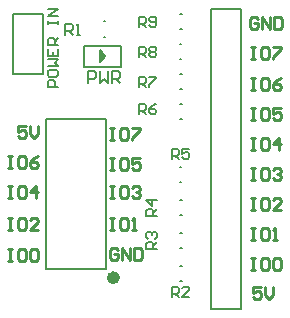
<source format=gto>
G04*
G04 #@! TF.GenerationSoftware,Altium Limited,Altium Designer,19.0.15 (446)*
G04*
G04 Layer_Color=65535*
%FSLAX25Y25*%
%MOIN*%
G70*
G01*
G75*
%ADD10C,0.02200*%
%ADD11C,0.00787*%
%ADD12C,0.00500*%
%ADD13C,0.01000*%
%ADD14C,0.00800*%
%ADD15C,0.00700*%
D10*
X38500Y12500D02*
G03*
X38500Y12500I-1000J0D01*
G01*
D11*
X4000Y100500D02*
X14000D01*
Y80500D02*
Y100500D01*
X4000Y80500D02*
X14000D01*
X4000D02*
Y100500D01*
X59803Y100559D02*
X60197D01*
X59803Y95441D02*
X60197D01*
X59669Y90559D02*
X60063D01*
X59669Y85441D02*
X60063D01*
X59803Y80559D02*
X60197D01*
X59803Y75441D02*
X60197D01*
X59803Y70559D02*
X60197D01*
X59803Y65441D02*
X60197D01*
X59669Y49559D02*
X60063D01*
X59669Y44441D02*
X60063D01*
X59803Y38559D02*
X60197D01*
X59803Y33441D02*
X60197D01*
X59803Y27559D02*
X60197D01*
X59803Y22441D02*
X60197D01*
X59803Y16559D02*
X60197D01*
X59803Y11441D02*
X60197D01*
X34303Y92841D02*
X34697D01*
X34303Y97959D02*
X34697D01*
X70000Y9500D02*
Y102000D01*
Y2000D02*
Y9500D01*
Y2000D02*
X80000D01*
Y102000D01*
X70000D02*
X80000D01*
X35000Y15500D02*
Y65500D01*
X15000Y15500D02*
Y65500D01*
Y15500D02*
X35000D01*
X15000Y65500D02*
X35000D01*
D12*
X33116Y85400D02*
X33866D01*
X33116Y86400D02*
X33866Y85400D01*
X33116Y86400D02*
X34166Y85900D01*
X33116Y87400D02*
X34166Y85900D01*
X33116Y87400D02*
X34366Y86150D01*
X33116Y88400D02*
X34366Y86150D01*
X33116Y88400D02*
X34666Y86400D01*
X33866Y85400D02*
X34666Y86400D01*
X33116Y84400D02*
X33866Y85400D01*
X33116Y84400D02*
Y85400D01*
Y86400D01*
Y87400D01*
Y88400D01*
X27616Y89900D02*
X40166D01*
X27616Y82900D02*
Y89900D01*
Y82900D02*
X40166D01*
Y89900D01*
D13*
X36500Y32499D02*
X37833D01*
X37166D01*
Y28500D01*
X36500D01*
X37833D01*
X41832Y32499D02*
X40499D01*
X39832Y31832D01*
Y29166D01*
X40499Y28500D01*
X41832D01*
X42498Y29166D01*
Y31832D01*
X41832Y32499D01*
X43831Y28500D02*
X45164D01*
X44497D01*
Y32499D01*
X43831Y31832D01*
X2500Y52999D02*
X3833D01*
X3167D01*
Y49000D01*
X2500D01*
X3833D01*
X7832Y52999D02*
X6499D01*
X5832Y52332D01*
Y49666D01*
X6499Y49000D01*
X7832D01*
X8498Y49666D01*
Y52332D01*
X7832Y52999D01*
X12497D02*
X11164Y52332D01*
X9831Y50999D01*
Y49666D01*
X10497Y49000D01*
X11830D01*
X12497Y49666D01*
Y50333D01*
X11830Y50999D01*
X9831D01*
X36500Y62499D02*
X37833D01*
X37166D01*
Y58500D01*
X36500D01*
X37833D01*
X41832Y62499D02*
X40499D01*
X39832Y61832D01*
Y59166D01*
X40499Y58500D01*
X41832D01*
X42498Y59166D01*
Y61832D01*
X41832Y62499D01*
X43831D02*
X46497D01*
Y61832D01*
X43831Y59166D01*
Y58500D01*
X83500Y28999D02*
X84833D01*
X84166D01*
Y25000D01*
X83500D01*
X84833D01*
X88832Y28999D02*
X87499D01*
X86832Y28332D01*
Y25666D01*
X87499Y25000D01*
X88832D01*
X89498Y25666D01*
Y28332D01*
X88832Y28999D01*
X90831Y25000D02*
X92164D01*
X91497D01*
Y28999D01*
X90831Y28332D01*
X2500Y32499D02*
X3833D01*
X3167D01*
Y28500D01*
X2500D01*
X3833D01*
X7832Y32499D02*
X6499D01*
X5832Y31832D01*
Y29166D01*
X6499Y28500D01*
X7832D01*
X8498Y29166D01*
Y31832D01*
X7832Y32499D01*
X12497Y28500D02*
X9831D01*
X12497Y31166D01*
Y31832D01*
X11830Y32499D01*
X10497D01*
X9831Y31832D01*
X36500Y52499D02*
X37833D01*
X37166D01*
Y48500D01*
X36500D01*
X37833D01*
X41832Y52499D02*
X40499D01*
X39832Y51832D01*
Y49166D01*
X40499Y48500D01*
X41832D01*
X42498Y49166D01*
Y51832D01*
X41832Y52499D01*
X46497D02*
X43831D01*
Y50499D01*
X45164Y51166D01*
X45830D01*
X46497Y50499D01*
Y49166D01*
X45830Y48500D01*
X44497D01*
X43831Y49166D01*
X83500Y58999D02*
X84833D01*
X84166D01*
Y55000D01*
X83500D01*
X84833D01*
X88832Y58999D02*
X87499D01*
X86832Y58332D01*
Y55666D01*
X87499Y55000D01*
X88832D01*
X89498Y55666D01*
Y58332D01*
X88832Y58999D01*
X92830Y55000D02*
Y58999D01*
X90831Y56999D01*
X93497D01*
X2500Y21999D02*
X3833D01*
X3167D01*
Y18000D01*
X2500D01*
X3833D01*
X7832Y21999D02*
X6499D01*
X5832Y21332D01*
Y18666D01*
X6499Y18000D01*
X7832D01*
X8498Y18666D01*
Y21332D01*
X7832Y21999D01*
X9831Y21332D02*
X10497Y21999D01*
X11830D01*
X12497Y21332D01*
Y18666D01*
X11830Y18000D01*
X10497D01*
X9831Y18666D01*
Y21332D01*
X83500Y89499D02*
X84833D01*
X84166D01*
Y85500D01*
X83500D01*
X84833D01*
X88832Y89499D02*
X87499D01*
X86832Y88832D01*
Y86166D01*
X87499Y85500D01*
X88832D01*
X89498Y86166D01*
Y88832D01*
X88832Y89499D01*
X90831D02*
X93497D01*
Y88832D01*
X90831Y86166D01*
Y85500D01*
X83500Y18999D02*
X84833D01*
X84166D01*
Y15000D01*
X83500D01*
X84833D01*
X88832Y18999D02*
X87499D01*
X86832Y18332D01*
Y15666D01*
X87499Y15000D01*
X88832D01*
X89498Y15666D01*
Y18332D01*
X88832Y18999D01*
X90831Y18332D02*
X91497Y18999D01*
X92830D01*
X93497Y18332D01*
Y15666D01*
X92830Y15000D01*
X91497D01*
X90831Y15666D01*
Y18332D01*
X39166Y21832D02*
X38499Y22499D01*
X37166D01*
X36500Y21832D01*
Y19166D01*
X37166Y18500D01*
X38499D01*
X39166Y19166D01*
Y20499D01*
X37833D01*
X40499Y18500D02*
Y22499D01*
X43165Y18500D01*
Y22499D01*
X44497D02*
Y18500D01*
X46497D01*
X47163Y19166D01*
Y21832D01*
X46497Y22499D01*
X44497D01*
X83500Y38999D02*
X84833D01*
X84166D01*
Y35000D01*
X83500D01*
X84833D01*
X88832Y38999D02*
X87499D01*
X86832Y38332D01*
Y35666D01*
X87499Y35000D01*
X88832D01*
X89498Y35666D01*
Y38332D01*
X88832Y38999D01*
X93497Y35000D02*
X90831D01*
X93497Y37666D01*
Y38332D01*
X92830Y38999D01*
X91497D01*
X90831Y38332D01*
X8498Y62999D02*
X5832D01*
Y60999D01*
X7165Y61666D01*
X7832D01*
X8498Y60999D01*
Y59666D01*
X7832Y59000D01*
X6499D01*
X5832Y59666D01*
X9831Y62999D02*
Y60333D01*
X11164Y59000D01*
X12497Y60333D01*
Y62999D01*
X83500Y78999D02*
X84833D01*
X84166D01*
Y75000D01*
X83500D01*
X84833D01*
X88832Y78999D02*
X87499D01*
X86832Y78332D01*
Y75666D01*
X87499Y75000D01*
X88832D01*
X89498Y75666D01*
Y78332D01*
X88832Y78999D01*
X93497D02*
X92164Y78332D01*
X90831Y76999D01*
Y75666D01*
X91497Y75000D01*
X92830D01*
X93497Y75666D01*
Y76333D01*
X92830Y76999D01*
X90831D01*
X36500Y42999D02*
X37833D01*
X37166D01*
Y39000D01*
X36500D01*
X37833D01*
X41832Y42999D02*
X40499D01*
X39832Y42332D01*
Y39666D01*
X40499Y39000D01*
X41832D01*
X42498Y39666D01*
Y42332D01*
X41832Y42999D01*
X43831Y42332D02*
X44497Y42999D01*
X45830D01*
X46497Y42332D01*
Y41666D01*
X45830Y40999D01*
X45164D01*
X45830D01*
X46497Y40333D01*
Y39666D01*
X45830Y39000D01*
X44497D01*
X43831Y39666D01*
X83500Y68999D02*
X84833D01*
X84166D01*
Y65000D01*
X83500D01*
X84833D01*
X88832Y68999D02*
X87499D01*
X86832Y68332D01*
Y65666D01*
X87499Y65000D01*
X88832D01*
X89498Y65666D01*
Y68332D01*
X88832Y68999D01*
X93497D02*
X90831D01*
Y66999D01*
X92164Y67666D01*
X92830D01*
X93497Y66999D01*
Y65666D01*
X92830Y65000D01*
X91497D01*
X90831Y65666D01*
X86666Y9339D02*
X84000D01*
Y7339D01*
X85333Y8006D01*
X85999D01*
X86666Y7339D01*
Y6006D01*
X85999Y5340D01*
X84666D01*
X84000Y6006D01*
X87999Y9339D02*
Y6673D01*
X89332Y5340D01*
X90664Y6673D01*
Y9339D01*
X83500Y48999D02*
X84833D01*
X84166D01*
Y45000D01*
X83500D01*
X84833D01*
X88832Y48999D02*
X87499D01*
X86832Y48332D01*
Y45666D01*
X87499Y45000D01*
X88832D01*
X89498Y45666D01*
Y48332D01*
X88832Y48999D01*
X90831Y48332D02*
X91497Y48999D01*
X92830D01*
X93497Y48332D01*
Y47666D01*
X92830Y46999D01*
X92164D01*
X92830D01*
X93497Y46333D01*
Y45666D01*
X92830Y45000D01*
X91497D01*
X90831Y45666D01*
X85666Y98889D02*
X84999Y99555D01*
X83666D01*
X83000Y98889D01*
Y96223D01*
X83666Y95557D01*
X84999D01*
X85666Y96223D01*
Y97556D01*
X84333D01*
X86999Y95557D02*
Y99555D01*
X89665Y95557D01*
Y99555D01*
X90997D02*
Y95557D01*
X92997D01*
X93663Y96223D01*
Y98889D01*
X92997Y99555D01*
X90997D01*
X2500Y42999D02*
X3833D01*
X3167D01*
Y39000D01*
X2500D01*
X3833D01*
X7832Y42999D02*
X6499D01*
X5832Y42332D01*
Y39666D01*
X6499Y39000D01*
X7832D01*
X8498Y39666D01*
Y42332D01*
X7832Y42999D01*
X11830Y39000D02*
Y42999D01*
X9831Y40999D01*
X12497D01*
D14*
X19093Y76000D02*
X15594D01*
Y77749D01*
X16177Y78333D01*
X17344D01*
X17927Y77749D01*
Y76000D01*
X15594Y81248D02*
Y80082D01*
X16177Y79499D01*
X18510D01*
X19093Y80082D01*
Y81248D01*
X18510Y81831D01*
X16177D01*
X15594Y81248D01*
Y82998D02*
X19093D01*
X17927Y84164D01*
X19093Y85330D01*
X15594D01*
Y88829D02*
Y86497D01*
X19093D01*
Y88829D01*
X17344Y86497D02*
Y87663D01*
X19093Y89995D02*
X15594D01*
Y91745D01*
X16177Y92328D01*
X17344D01*
X17927Y91745D01*
Y89995D01*
Y91162D02*
X19093Y92328D01*
X15594Y96993D02*
Y98159D01*
Y97576D01*
X19093D01*
Y96993D01*
Y98159D01*
Y99909D02*
X15594D01*
X19093Y102242D01*
X15594D01*
X21500Y93500D02*
Y97199D01*
X23349D01*
X23966Y96582D01*
Y95349D01*
X23349Y94733D01*
X21500D01*
X22733D02*
X23966Y93500D01*
X25199D02*
X26432D01*
X25815D01*
Y97199D01*
X25199Y96582D01*
X29000Y77500D02*
Y81499D01*
X30999D01*
X31666Y80832D01*
Y79499D01*
X30999Y78833D01*
X29000D01*
X32999Y81499D02*
Y77500D01*
X34332Y78833D01*
X35664Y77500D01*
Y81499D01*
X36997Y77500D02*
Y81499D01*
X38997D01*
X39663Y80832D01*
Y79499D01*
X38997Y78833D01*
X36997D01*
X38330D02*
X39663Y77500D01*
D15*
X46000Y96000D02*
Y99499D01*
X47749D01*
X48333Y98916D01*
Y97749D01*
X47749Y97166D01*
X46000D01*
X47166D02*
X48333Y96000D01*
X49499Y96583D02*
X50082Y96000D01*
X51248D01*
X51831Y96583D01*
Y98916D01*
X51248Y99499D01*
X50082D01*
X49499Y98916D01*
Y98333D01*
X50082Y97749D01*
X51831D01*
X46000Y86000D02*
Y89499D01*
X47749D01*
X48333Y88916D01*
Y87749D01*
X47749Y87166D01*
X46000D01*
X47166D02*
X48333Y86000D01*
X49499Y88916D02*
X50082Y89499D01*
X51248D01*
X51831Y88916D01*
Y88333D01*
X51248Y87749D01*
X51831Y87166D01*
Y86583D01*
X51248Y86000D01*
X50082D01*
X49499Y86583D01*
Y87166D01*
X50082Y87749D01*
X49499Y88333D01*
Y88916D01*
X50082Y87749D02*
X51248D01*
X46000Y76000D02*
Y79499D01*
X47749D01*
X48333Y78916D01*
Y77749D01*
X47749Y77166D01*
X46000D01*
X47166D02*
X48333Y76000D01*
X49499Y79499D02*
X51831D01*
Y78916D01*
X49499Y76583D01*
Y76000D01*
X46000Y67000D02*
Y70499D01*
X47749D01*
X48333Y69916D01*
Y68749D01*
X47749Y68166D01*
X46000D01*
X47166D02*
X48333Y67000D01*
X51831Y70499D02*
X50665Y69916D01*
X49499Y68749D01*
Y67583D01*
X50082Y67000D01*
X51248D01*
X51831Y67583D01*
Y68166D01*
X51248Y68749D01*
X49499D01*
X57000Y52000D02*
Y55499D01*
X58749D01*
X59333Y54916D01*
Y53749D01*
X58749Y53166D01*
X57000D01*
X58166D02*
X59333Y52000D01*
X62831Y55499D02*
X60499D01*
Y53749D01*
X61665Y54333D01*
X62248D01*
X62831Y53749D01*
Y52583D01*
X62248Y52000D01*
X61082D01*
X60499Y52583D01*
X52000Y33000D02*
X48501D01*
Y34749D01*
X49084Y35333D01*
X50251D01*
X50834Y34749D01*
Y33000D01*
Y34166D02*
X52000Y35333D01*
Y38248D02*
X48501D01*
X50251Y36499D01*
Y38831D01*
X52000Y22000D02*
X48501D01*
Y23749D01*
X49084Y24333D01*
X50251D01*
X50834Y23749D01*
Y22000D01*
Y23166D02*
X52000Y24333D01*
X49084Y25499D02*
X48501Y26082D01*
Y27248D01*
X49084Y27832D01*
X49667D01*
X50251Y27248D01*
Y26665D01*
Y27248D01*
X50834Y27832D01*
X51417D01*
X52000Y27248D01*
Y26082D01*
X51417Y25499D01*
X57000Y6000D02*
Y9499D01*
X58749D01*
X59333Y8916D01*
Y7749D01*
X58749Y7166D01*
X57000D01*
X58166D02*
X59333Y6000D01*
X62831D02*
X60499D01*
X62831Y8333D01*
Y8916D01*
X62248Y9499D01*
X61082D01*
X60499Y8916D01*
M02*

</source>
